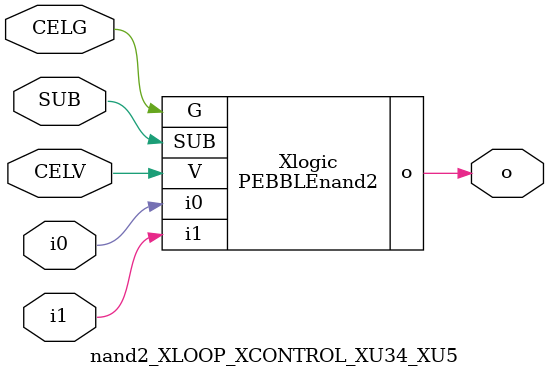
<source format=v>



module PEBBLEnand2 ( o, G, SUB, V, i0, i1 );

  input i0;
  input V;
  input i1;
  input G;
  output o;
  input SUB;
endmodule

//Celera Confidential Do Not Copy nand2_XLOOP_XCONTROL_XU34_XU5
//Celera Confidential Symbol Generator
//5V NAND2
module nand2_XLOOP_XCONTROL_XU34_XU5 (CELV,CELG,i0,i1,o,SUB);
input CELV;
input CELG;
input i0;
input i1;
input SUB;
output o;

//Celera Confidential Do Not Copy nand2
PEBBLEnand2 Xlogic(
.V (CELV),
.i0 (i0),
.i1 (i1),
.o (o),
.SUB (SUB),
.G (CELG)
);
//,diesize,PEBBLEnand2

//Celera Confidential Do Not Copy Module End
//Celera Schematic Generator
endmodule

</source>
